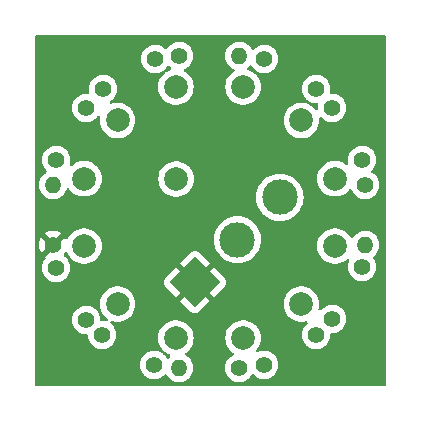
<source format=gbr>
%TF.GenerationSoftware,KiCad,Pcbnew,7.0.6*%
%TF.CreationDate,2023-09-19T17:09:16+08:00*%
%TF.ProjectId,Control Panel Selector Switch Board,436f6e74-726f-46c2-9050-616e656c2053,rev?*%
%TF.SameCoordinates,Original*%
%TF.FileFunction,Copper,L1,Top*%
%TF.FilePolarity,Positive*%
%FSLAX46Y46*%
G04 Gerber Fmt 4.6, Leading zero omitted, Abs format (unit mm)*
G04 Created by KiCad (PCBNEW 7.0.6) date 2023-09-19 17:09:16*
%MOMM*%
%LPD*%
G01*
G04 APERTURE LIST*
G04 Aperture macros list*
%AMHorizOval*
0 Thick line with rounded ends*
0 $1 width*
0 $2 $3 position (X,Y) of the first rounded end (center of the circle)*
0 $4 $5 position (X,Y) of the second rounded end (center of the circle)*
0 Add line between two ends*
20,1,$1,$2,$3,$4,$5,0*
0 Add two circle primitives to create the rounded ends*
1,1,$1,$2,$3*
1,1,$1,$4,$5*%
%AMRotRect*
0 Rectangle, with rotation*
0 The origin of the aperture is its center*
0 $1 length*
0 $2 width*
0 $3 Rotation angle, in degrees counterclockwise*
0 Add horizontal line*
21,1,$1,$2,0,0,$3*%
G04 Aperture macros list end*
%TA.AperFunction,ComponentPad*%
%ADD10O,1.400000X1.400000*%
%TD*%
%TA.AperFunction,ComponentPad*%
%ADD11C,1.400000*%
%TD*%
%TA.AperFunction,ComponentPad*%
%ADD12HorizOval,1.400000X0.000000X0.000000X0.000000X0.000000X0*%
%TD*%
%TA.AperFunction,ComponentPad*%
%ADD13HorizOval,1.400000X0.000000X0.000000X0.000000X0.000000X0*%
%TD*%
%TA.AperFunction,ComponentPad*%
%ADD14HorizOval,1.400000X0.000000X0.000000X0.000000X0.000000X0*%
%TD*%
%TA.AperFunction,ComponentPad*%
%ADD15HorizOval,1.400000X0.000000X0.000000X0.000000X0.000000X0*%
%TD*%
%TA.AperFunction,ComponentPad*%
%ADD16HorizOval,1.400000X0.000000X0.000000X0.000000X0.000000X0*%
%TD*%
%TA.AperFunction,ComponentPad*%
%ADD17HorizOval,1.400000X0.000000X0.000000X0.000000X0.000000X0*%
%TD*%
%TA.AperFunction,ComponentPad*%
%ADD18HorizOval,1.400000X0.000000X0.000000X0.000000X0.000000X0*%
%TD*%
%TA.AperFunction,ComponentPad*%
%ADD19HorizOval,1.400000X0.000000X0.000000X0.000000X0.000000X0*%
%TD*%
%TA.AperFunction,ComponentPad*%
%ADD20C,2.000000*%
%TD*%
%TA.AperFunction,ComponentPad*%
%ADD21C,3.000000*%
%TD*%
%TA.AperFunction,ComponentPad*%
%ADD22RotRect,3.000000X3.000000X45.000000*%
%TD*%
G04 APERTURE END LIST*
D10*
%TO.P,R1,2*%
%TO.N,Net-(J1-Pin_1)*%
X1524000Y-12700000D03*
D11*
%TO.P,R1,1*%
%TO.N,/5V*%
X1524000Y-17780000D03*
%TD*%
%TO.P,R2,1*%
%TO.N,Net-(J1-Pin_1)*%
X1778000Y-10581705D03*
D12*
%TO.P,R2,2*%
%TO.N,Net-(J2-Pin_1)*%
X4318000Y-6182296D03*
%TD*%
D11*
%TO.P,R3,1*%
%TO.N,Net-(J2-Pin_1)*%
X5760591Y-4572000D03*
D13*
%TO.P,R3,2*%
%TO.N,Net-(J3-Pin_1)*%
X10160000Y-2032000D03*
%TD*%
D11*
%TO.P,R4,1*%
%TO.N,Net-(J3-Pin_1)*%
X12192000Y-1778000D03*
D10*
%TO.P,R4,2*%
%TO.N,Net-(J4-Pin_1)*%
X17272000Y-1778000D03*
%TD*%
D11*
%TO.P,R5,1*%
%TO.N,Net-(J4-Pin_1)*%
X19390296Y-2032000D03*
D14*
%TO.P,R5,2*%
%TO.N,Net-(J5-Pin_1)*%
X23789705Y-4572000D03*
%TD*%
D11*
%TO.P,R6,1*%
%TO.N,Net-(J5-Pin_1)*%
X25146000Y-6182296D03*
D15*
%TO.P,R6,2*%
%TO.N,Net-(J6-Pin_1)*%
X27686000Y-10581705D03*
%TD*%
D11*
%TO.P,R7,1*%
%TO.N,Net-(J6-Pin_1)*%
X27940000Y-12700000D03*
D10*
%TO.P,R7,2*%
%TO.N,Net-(J7-Pin_1)*%
X27940000Y-17780000D03*
%TD*%
D11*
%TO.P,R8,1*%
%TO.N,Net-(J7-Pin_1)*%
X27686000Y-19644296D03*
D16*
%TO.P,R8,2*%
%TO.N,Net-(J8-Pin_1)*%
X25146000Y-24043705D03*
%TD*%
D17*
%TO.P,R9,2*%
%TO.N,Net-(J9-Pin_1)*%
X19390296Y-27940000D03*
D11*
%TO.P,R9,1*%
%TO.N,Net-(J8-Pin_1)*%
X23789705Y-25400000D03*
%TD*%
D10*
%TO.P,R10,2*%
%TO.N,Net-(J10-Pin_1)*%
X12192000Y-28194000D03*
D11*
%TO.P,R10,1*%
%TO.N,Net-(J9-Pin_1)*%
X17272000Y-28194000D03*
%TD*%
%TO.P,R11,1*%
%TO.N,Net-(J10-Pin_1)*%
X10073705Y-27940000D03*
D18*
%TO.P,R11,2*%
%TO.N,Net-(J11-Pin_1)*%
X5674296Y-25400000D03*
%TD*%
D19*
%TO.P,R12,2*%
%TO.N,/GND*%
X1778000Y-19730591D03*
D11*
%TO.P,R12,1*%
%TO.N,Net-(J11-Pin_1)*%
X4318000Y-24130000D03*
%TD*%
D20*
%TO.P,J6,1,Pin_1*%
%TO.N,Net-(J6-Pin_1)*%
X25391610Y-12173419D03*
%TD*%
%TO.P,J3,1,Pin_1*%
%TO.N,Net-(J3-Pin_1)*%
X11919418Y-4395244D03*
%TD*%
%TO.P,J9,1,Pin_1*%
%TO.N,Net-(J9-Pin_1)*%
X17613436Y-25645610D03*
%TD*%
%TO.P,J4,1,Pin_1*%
%TO.N,Net-(J4-Pin_1)*%
X17613437Y-4395244D03*
%TD*%
%TO.P,J11,1,Pin_1*%
%TO.N,Net-(J11-Pin_1)*%
X6988252Y-22798603D03*
%TD*%
%TO.P,J10,1,Pin_1*%
%TO.N,Net-(J10-Pin_1)*%
X11919418Y-25645612D03*
%TD*%
%TO.P,J2,1,Pin_1*%
%TO.N,Net-(J2-Pin_1)*%
X6988251Y-7242253D03*
%TD*%
%TO.P,J12,1,Pin_1*%
%TO.N,/GND*%
X4141244Y-17867437D03*
%TD*%
%TO.P,J13,1,Pin_1*%
%TO.N,Net-(J13-Pin_1)*%
X11938000Y-12192000D03*
%TD*%
%TO.P,J5,1,Pin_1*%
%TO.N,Net-(J5-Pin_1)*%
X22544601Y-7242252D03*
%TD*%
%TO.P,J1,1,Pin_1*%
%TO.N,Net-(J1-Pin_1)*%
X4141243Y-12173417D03*
%TD*%
%TO.P,J7,1,Pin_1*%
%TO.N,Net-(J7-Pin_1)*%
X25391611Y-17867437D03*
%TD*%
%TO.P,J8,1,Pin_1*%
%TO.N,Net-(J8-Pin_1)*%
X22544602Y-22798602D03*
%TD*%
D21*
%TO.P,J14,3,Pin_3*%
%TO.N,/GND*%
X20724338Y-13743077D03*
%TO.P,J14,2,Pin_2*%
%TO.N,Net-(J13-Pin_1)*%
X17132235Y-17335180D03*
D22*
%TO.P,J14,1,Pin_1*%
%TO.N,/5V*%
X13540133Y-20927282D03*
%TD*%
%TA.AperFunction,Conductor*%
%TO.N,/5V*%
G36*
X29660539Y-20185D02*
G01*
X29706294Y-72989D01*
X29717500Y-124500D01*
X29717500Y-29593500D01*
X29697815Y-29660539D01*
X29645011Y-29706294D01*
X29593500Y-29717500D01*
X124500Y-29717500D01*
X57461Y-29697815D01*
X11706Y-29645011D01*
X500Y-29593500D01*
X500Y-27940000D01*
X8868062Y-27940000D01*
X8888589Y-28161535D01*
X8888590Y-28161537D01*
X8949474Y-28375523D01*
X8949480Y-28375538D01*
X9048643Y-28574683D01*
X9048648Y-28574691D01*
X9182725Y-28752238D01*
X9347142Y-28902123D01*
X9347144Y-28902125D01*
X9536300Y-29019245D01*
X9536301Y-29019245D01*
X9536304Y-29019247D01*
X9743765Y-29099618D01*
X9962462Y-29140500D01*
X9962464Y-29140500D01*
X10184946Y-29140500D01*
X10184948Y-29140500D01*
X10403645Y-29099618D01*
X10611106Y-29019247D01*
X10800267Y-28902124D01*
X10956264Y-28759913D01*
X11019069Y-28729296D01*
X11088456Y-28737493D01*
X11142396Y-28781903D01*
X11150803Y-28796279D01*
X11166936Y-28828679D01*
X11166943Y-28828691D01*
X11301020Y-29006238D01*
X11465437Y-29156123D01*
X11465439Y-29156125D01*
X11654595Y-29273245D01*
X11654596Y-29273245D01*
X11654599Y-29273247D01*
X11862060Y-29353618D01*
X12080757Y-29394500D01*
X12080759Y-29394500D01*
X12303241Y-29394500D01*
X12303243Y-29394500D01*
X12521940Y-29353618D01*
X12729401Y-29273247D01*
X12918562Y-29156124D01*
X13082981Y-29006236D01*
X13217058Y-28828689D01*
X13316229Y-28629528D01*
X13377115Y-28415536D01*
X13397643Y-28194000D01*
X16066357Y-28194000D01*
X16086884Y-28415535D01*
X16086885Y-28415537D01*
X16147769Y-28629523D01*
X16147775Y-28629538D01*
X16246938Y-28828683D01*
X16246943Y-28828691D01*
X16381020Y-29006238D01*
X16545437Y-29156123D01*
X16545439Y-29156125D01*
X16734595Y-29273245D01*
X16734596Y-29273245D01*
X16734599Y-29273247D01*
X16942060Y-29353618D01*
X17160757Y-29394500D01*
X17160759Y-29394500D01*
X17383241Y-29394500D01*
X17383243Y-29394500D01*
X17601940Y-29353618D01*
X17809401Y-29273247D01*
X17998562Y-29156124D01*
X18162981Y-29006236D01*
X18297058Y-28828689D01*
X18313196Y-28796278D01*
X18360698Y-28745041D01*
X18428361Y-28727619D01*
X18494701Y-28749543D01*
X18507735Y-28759912D01*
X18663733Y-28902123D01*
X18663735Y-28902125D01*
X18852891Y-29019245D01*
X18852892Y-29019245D01*
X18852895Y-29019247D01*
X19060356Y-29099618D01*
X19279053Y-29140500D01*
X19279055Y-29140500D01*
X19501537Y-29140500D01*
X19501539Y-29140500D01*
X19720236Y-29099618D01*
X19927697Y-29019247D01*
X20116858Y-28902124D01*
X20281277Y-28752236D01*
X20415354Y-28574689D01*
X20514525Y-28375528D01*
X20575411Y-28161536D01*
X20595939Y-27940000D01*
X20575411Y-27718464D01*
X20514525Y-27504472D01*
X20457007Y-27388960D01*
X20415357Y-27305316D01*
X20415352Y-27305308D01*
X20281275Y-27127761D01*
X20116858Y-26977876D01*
X20116856Y-26977874D01*
X19927700Y-26860754D01*
X19927694Y-26860752D01*
X19922219Y-26858631D01*
X19720236Y-26780382D01*
X19501539Y-26739500D01*
X19279053Y-26739500D01*
X19060356Y-26780382D01*
X19060353Y-26780382D01*
X19060353Y-26780383D01*
X18854742Y-26860036D01*
X18785119Y-26865897D01*
X18723379Y-26833187D01*
X18689124Y-26772291D01*
X18693231Y-26702542D01*
X18718716Y-26660430D01*
X18801600Y-26570395D01*
X18937609Y-26362217D01*
X19037499Y-26134491D01*
X19098544Y-25893431D01*
X19103342Y-25835528D01*
X19119079Y-25645615D01*
X19119079Y-25645604D01*
X19098545Y-25397797D01*
X19098543Y-25397785D01*
X19037499Y-25156728D01*
X18937609Y-24929003D01*
X18801602Y-24720827D01*
X18762541Y-24678396D01*
X18633180Y-24537872D01*
X18436945Y-24385136D01*
X18436943Y-24385135D01*
X18436942Y-24385134D01*
X18218247Y-24266782D01*
X18218238Y-24266779D01*
X17983052Y-24186039D01*
X17737771Y-24145110D01*
X17489101Y-24145110D01*
X17243819Y-24186039D01*
X17008633Y-24266779D01*
X17008624Y-24266782D01*
X16789929Y-24385134D01*
X16593693Y-24537871D01*
X16425269Y-24720827D01*
X16289262Y-24929003D01*
X16189372Y-25156728D01*
X16128328Y-25397785D01*
X16128326Y-25397797D01*
X16107793Y-25645604D01*
X16107793Y-25645615D01*
X16128326Y-25893422D01*
X16128328Y-25893434D01*
X16189372Y-26134491D01*
X16289262Y-26362216D01*
X16425269Y-26570392D01*
X16425271Y-26570394D01*
X16425272Y-26570395D01*
X16593692Y-26753348D01*
X16593695Y-26753350D01*
X16593698Y-26753353D01*
X16777836Y-26896674D01*
X16818649Y-26953384D01*
X16822324Y-27023157D01*
X16787692Y-27083840D01*
X16746473Y-27110152D01*
X16734604Y-27114750D01*
X16734595Y-27114754D01*
X16545439Y-27231874D01*
X16545437Y-27231876D01*
X16381020Y-27381761D01*
X16246943Y-27559308D01*
X16246938Y-27559316D01*
X16147775Y-27758461D01*
X16147769Y-27758476D01*
X16086885Y-27972462D01*
X16086884Y-27972464D01*
X16066357Y-28193999D01*
X16066357Y-28194000D01*
X13397643Y-28194000D01*
X13377115Y-27972464D01*
X13316229Y-27758472D01*
X13316224Y-27758461D01*
X13217061Y-27559316D01*
X13217056Y-27559308D01*
X13082979Y-27381761D01*
X12918562Y-27231876D01*
X12918560Y-27231874D01*
X12737801Y-27119954D01*
X12691165Y-27067926D01*
X12680061Y-26998945D01*
X12708014Y-26934910D01*
X12739059Y-26909559D01*
X12738626Y-26908896D01*
X12742923Y-26906088D01*
X12742922Y-26906088D01*
X12742927Y-26906086D01*
X12939162Y-26753350D01*
X13107582Y-26570397D01*
X13243591Y-26362219D01*
X13343481Y-26134493D01*
X13404526Y-25893433D01*
X13404527Y-25893422D01*
X13425061Y-25645617D01*
X13425061Y-25645606D01*
X13404527Y-25397799D01*
X13404525Y-25397787D01*
X13343481Y-25156730D01*
X13243591Y-24929005D01*
X13107584Y-24720829D01*
X13085975Y-24697356D01*
X12939162Y-24537874D01*
X12742927Y-24385138D01*
X12742925Y-24385137D01*
X12742924Y-24385136D01*
X12524229Y-24266784D01*
X12524220Y-24266781D01*
X12289034Y-24186041D01*
X12043753Y-24145112D01*
X11795083Y-24145112D01*
X11549801Y-24186041D01*
X11314615Y-24266781D01*
X11314606Y-24266784D01*
X11095911Y-24385136D01*
X10899675Y-24537873D01*
X10731251Y-24720829D01*
X10595244Y-24929005D01*
X10495354Y-25156730D01*
X10434310Y-25397787D01*
X10434308Y-25397799D01*
X10413775Y-25645606D01*
X10413775Y-25645617D01*
X10434308Y-25893424D01*
X10434310Y-25893436D01*
X10495354Y-26134493D01*
X10595244Y-26362218D01*
X10731251Y-26570394D01*
X10899163Y-26752795D01*
X10930085Y-26815450D01*
X10925196Y-26858631D01*
X10958480Y-26844433D01*
X11027366Y-26856116D01*
X11049191Y-26869724D01*
X11095905Y-26906083D01*
X11095909Y-26906086D01*
X11314606Y-27024439D01*
X11314618Y-27024444D01*
X11391557Y-27050857D01*
X11448573Y-27091242D01*
X11474704Y-27156041D01*
X11461653Y-27224681D01*
X11434833Y-27259775D01*
X11309440Y-27374086D01*
X11246636Y-27404703D01*
X11177249Y-27396506D01*
X11123309Y-27352096D01*
X11114902Y-27337721D01*
X11098766Y-27305316D01*
X11098761Y-27305308D01*
X10964684Y-27127761D01*
X10889491Y-27059214D01*
X10853209Y-26999503D01*
X10854539Y-26946718D01*
X10811660Y-26960722D01*
X10744059Y-26943061D01*
X10742656Y-26942205D01*
X10611109Y-26860754D01*
X10611103Y-26860752D01*
X10605628Y-26858631D01*
X10403645Y-26780382D01*
X10184948Y-26739500D01*
X9962462Y-26739500D01*
X9743765Y-26780382D01*
X9612569Y-26831207D01*
X9536306Y-26860752D01*
X9536300Y-26860754D01*
X9347144Y-26977874D01*
X9347142Y-26977876D01*
X9182725Y-27127761D01*
X9048648Y-27305308D01*
X9048643Y-27305316D01*
X8949480Y-27504461D01*
X8949474Y-27504476D01*
X8888590Y-27718462D01*
X8888589Y-27718464D01*
X8868062Y-27939999D01*
X8868062Y-27940000D01*
X500Y-27940000D01*
X500Y-24130000D01*
X3112357Y-24130000D01*
X3132884Y-24351535D01*
X3132885Y-24351537D01*
X3193769Y-24565523D01*
X3193775Y-24565538D01*
X3292938Y-24764683D01*
X3292943Y-24764691D01*
X3427020Y-24942238D01*
X3591437Y-25092123D01*
X3591439Y-25092125D01*
X3780595Y-25209245D01*
X3780596Y-25209245D01*
X3780599Y-25209247D01*
X3988060Y-25289618D01*
X4206757Y-25330500D01*
X4206759Y-25330500D01*
X4349172Y-25330500D01*
X4416211Y-25350185D01*
X4461966Y-25402989D01*
X4472643Y-25443059D01*
X4489180Y-25621535D01*
X4489181Y-25621537D01*
X4550065Y-25835523D01*
X4550071Y-25835538D01*
X4649234Y-26034683D01*
X4649239Y-26034691D01*
X4783316Y-26212238D01*
X4947733Y-26362123D01*
X4947735Y-26362125D01*
X5136891Y-26479245D01*
X5136892Y-26479245D01*
X5136895Y-26479247D01*
X5344356Y-26559618D01*
X5563053Y-26600500D01*
X5563055Y-26600500D01*
X5785537Y-26600500D01*
X5785539Y-26600500D01*
X6004236Y-26559618D01*
X6211697Y-26479247D01*
X6400858Y-26362124D01*
X6565277Y-26212236D01*
X6699354Y-26034689D01*
X6798525Y-25835528D01*
X6859411Y-25621536D01*
X6879939Y-25400000D01*
X6859411Y-25178464D01*
X6798525Y-24964472D01*
X6787453Y-24942236D01*
X6699357Y-24765316D01*
X6699352Y-24765308D01*
X6565275Y-24587761D01*
X6396622Y-24434014D01*
X6398105Y-24432386D01*
X6362233Y-24384015D01*
X6357563Y-24314302D01*
X6391324Y-24253130D01*
X6452797Y-24219921D01*
X6518870Y-24223923D01*
X6566812Y-24240382D01*
X6618637Y-24258174D01*
X6863917Y-24299103D01*
X7112587Y-24299103D01*
X7357866Y-24258174D01*
X7593062Y-24177431D01*
X7811761Y-24059077D01*
X8007996Y-23906341D01*
X8176416Y-23723388D01*
X8312425Y-23515210D01*
X8412315Y-23287484D01*
X8473360Y-23046424D01*
X8486812Y-22884087D01*
X8493895Y-22798608D01*
X8493895Y-22798597D01*
X8473361Y-22550790D01*
X8473359Y-22550781D01*
X8412315Y-22309722D01*
X8412314Y-22309720D01*
X8312425Y-22081996D01*
X8176418Y-21873820D01*
X8154809Y-21850347D01*
X8007996Y-21690865D01*
X7811761Y-21538129D01*
X7811759Y-21538128D01*
X7811758Y-21538127D01*
X7593063Y-21419775D01*
X7593054Y-21419772D01*
X7357868Y-21339032D01*
X7112587Y-21298103D01*
X6863917Y-21298103D01*
X6618635Y-21339032D01*
X6383449Y-21419772D01*
X6383440Y-21419775D01*
X6164745Y-21538127D01*
X5968509Y-21690864D01*
X5800085Y-21873820D01*
X5664078Y-22081996D01*
X5564188Y-22309721D01*
X5503144Y-22550778D01*
X5503142Y-22550790D01*
X5482609Y-22798597D01*
X5482609Y-22798608D01*
X5503142Y-23046415D01*
X5503144Y-23046427D01*
X5564188Y-23287484D01*
X5664078Y-23515209D01*
X5800085Y-23723385D01*
X5800087Y-23723387D01*
X5800088Y-23723388D01*
X5968508Y-23906341D01*
X5968511Y-23906343D01*
X5968514Y-23906346D01*
X6121635Y-24025525D01*
X6162448Y-24082235D01*
X6166123Y-24152008D01*
X6131491Y-24212691D01*
X6069550Y-24245018D01*
X6010344Y-24239849D01*
X6009747Y-24241951D01*
X6004244Y-24240385D01*
X6004236Y-24240382D01*
X5785539Y-24199500D01*
X5643124Y-24199500D01*
X5576085Y-24179815D01*
X5530330Y-24127011D01*
X5519653Y-24086941D01*
X5503115Y-23908464D01*
X5503114Y-23908462D01*
X5502511Y-23906343D01*
X5442229Y-23694472D01*
X5399259Y-23608177D01*
X5343061Y-23495316D01*
X5343056Y-23495308D01*
X5208979Y-23317761D01*
X5044562Y-23167876D01*
X5044560Y-23167874D01*
X4855404Y-23050754D01*
X4855398Y-23050752D01*
X4844234Y-23046427D01*
X4647940Y-22970382D01*
X4429243Y-22929500D01*
X4206757Y-22929500D01*
X3988060Y-22970382D01*
X3856864Y-23021207D01*
X3780601Y-23050752D01*
X3780595Y-23050754D01*
X3591439Y-23167874D01*
X3591437Y-23167876D01*
X3427020Y-23317761D01*
X3292943Y-23495308D01*
X3292938Y-23495316D01*
X3193775Y-23694461D01*
X3193769Y-23694476D01*
X3132885Y-23908462D01*
X3132884Y-23908464D01*
X3112357Y-24129999D01*
X3112357Y-24130000D01*
X500Y-24130000D01*
X500Y-19730591D01*
X572357Y-19730591D01*
X592884Y-19952126D01*
X592885Y-19952128D01*
X653769Y-20166114D01*
X653775Y-20166129D01*
X752938Y-20365274D01*
X752943Y-20365282D01*
X887020Y-20542829D01*
X1051437Y-20692714D01*
X1051439Y-20692716D01*
X1240595Y-20809836D01*
X1240596Y-20809836D01*
X1240599Y-20809838D01*
X1448060Y-20890209D01*
X1666757Y-20931091D01*
X1666759Y-20931091D01*
X1889241Y-20931091D01*
X1889243Y-20931091D01*
X1909619Y-20927282D01*
X10913671Y-20927282D01*
X10934131Y-21069595D01*
X10934132Y-21069600D01*
X10993858Y-21200379D01*
X11031438Y-21247014D01*
X11949142Y-22164718D01*
X12855328Y-21258532D01*
X12877473Y-21309869D01*
X12983566Y-21452376D01*
X13119663Y-21566576D01*
X13209349Y-21611617D01*
X12302696Y-22518271D01*
X12302696Y-22518272D01*
X13220400Y-23435976D01*
X13267035Y-23473556D01*
X13397814Y-23533282D01*
X13397819Y-23533283D01*
X13540133Y-23553743D01*
X13682446Y-23533283D01*
X13682451Y-23533282D01*
X13813230Y-23473556D01*
X13859865Y-23435976D01*
X14497234Y-22798607D01*
X21038959Y-22798607D01*
X21059492Y-23046414D01*
X21059494Y-23046426D01*
X21120538Y-23287483D01*
X21220428Y-23515208D01*
X21356435Y-23723384D01*
X21356438Y-23723387D01*
X21524858Y-23906340D01*
X21721093Y-24059076D01*
X21939792Y-24177430D01*
X22121612Y-24239849D01*
X22172529Y-24257329D01*
X22174988Y-24258173D01*
X22420267Y-24299102D01*
X22668937Y-24299102D01*
X22919275Y-24257329D01*
X22919470Y-24258498D01*
X22983591Y-24260899D01*
X23040915Y-24300845D01*
X23067542Y-24365442D01*
X23055019Y-24434181D01*
X23027769Y-24470123D01*
X22898723Y-24587764D01*
X22764648Y-24765308D01*
X22764643Y-24765316D01*
X22665480Y-24964461D01*
X22665474Y-24964476D01*
X22604590Y-25178462D01*
X22604589Y-25178464D01*
X22584062Y-25399999D01*
X22584062Y-25400000D01*
X22604589Y-25621535D01*
X22604590Y-25621537D01*
X22665474Y-25835523D01*
X22665480Y-25835538D01*
X22764643Y-26034683D01*
X22764648Y-26034691D01*
X22898725Y-26212238D01*
X23063142Y-26362123D01*
X23063144Y-26362125D01*
X23252300Y-26479245D01*
X23252301Y-26479245D01*
X23252304Y-26479247D01*
X23459765Y-26559618D01*
X23678462Y-26600500D01*
X23678464Y-26600500D01*
X23900946Y-26600500D01*
X23900948Y-26600500D01*
X24119645Y-26559618D01*
X24327106Y-26479247D01*
X24516267Y-26362124D01*
X24680686Y-26212236D01*
X24814763Y-26034689D01*
X24913934Y-25835528D01*
X24974820Y-25621536D01*
X24995348Y-25400000D01*
X24993461Y-25379646D01*
X25006877Y-25311077D01*
X25055234Y-25260645D01*
X25116933Y-25244205D01*
X25257241Y-25244205D01*
X25257243Y-25244205D01*
X25475940Y-25203323D01*
X25683401Y-25122952D01*
X25872562Y-25005829D01*
X26036981Y-24855941D01*
X26171058Y-24678394D01*
X26270229Y-24479233D01*
X26331115Y-24265241D01*
X26351643Y-24043705D01*
X26338914Y-23906340D01*
X26331115Y-23822169D01*
X26331114Y-23822167D01*
X26328721Y-23813757D01*
X26270229Y-23608177D01*
X26232936Y-23533283D01*
X26171061Y-23409021D01*
X26171056Y-23409013D01*
X26036979Y-23231466D01*
X25872562Y-23081581D01*
X25872560Y-23081579D01*
X25683404Y-22964459D01*
X25683398Y-22964457D01*
X25475940Y-22884087D01*
X25257243Y-22843205D01*
X25034757Y-22843205D01*
X24816060Y-22884087D01*
X24698836Y-22929500D01*
X24608601Y-22964457D01*
X24608595Y-22964459D01*
X24419439Y-23081579D01*
X24419437Y-23081581D01*
X24255019Y-23231467D01*
X24255019Y-23231468D01*
X24215332Y-23284021D01*
X24159222Y-23325656D01*
X24089510Y-23330347D01*
X24028329Y-23296604D01*
X23995103Y-23235140D01*
X23996174Y-23178852D01*
X24029707Y-23046434D01*
X24029710Y-23046423D01*
X24050245Y-22798602D01*
X24029710Y-22550781D01*
X24021477Y-22518271D01*
X23968665Y-22309720D01*
X23868775Y-22081995D01*
X23732768Y-21873819D01*
X23711159Y-21850346D01*
X23564346Y-21690864D01*
X23368111Y-21538128D01*
X23368109Y-21538127D01*
X23368108Y-21538126D01*
X23149413Y-21419774D01*
X23149404Y-21419771D01*
X22914218Y-21339031D01*
X22668937Y-21298102D01*
X22420267Y-21298102D01*
X22174985Y-21339031D01*
X21939799Y-21419771D01*
X21939790Y-21419774D01*
X21721095Y-21538126D01*
X21524859Y-21690863D01*
X21356435Y-21873819D01*
X21220428Y-22081995D01*
X21120538Y-22309720D01*
X21059494Y-22550777D01*
X21059492Y-22550789D01*
X21038959Y-22798596D01*
X21038959Y-22798607D01*
X14497234Y-22798607D01*
X14777569Y-22518272D01*
X14777569Y-22518271D01*
X13873881Y-21614582D01*
X13883542Y-21611066D01*
X14031977Y-21513439D01*
X14153897Y-21384212D01*
X14225901Y-21259497D01*
X15131122Y-22164718D01*
X16048823Y-21247018D01*
X16048827Y-21247014D01*
X16086407Y-21200379D01*
X16146133Y-21069600D01*
X16146134Y-21069595D01*
X16166594Y-20927282D01*
X16146134Y-20784968D01*
X16146133Y-20784963D01*
X16086407Y-20654184D01*
X16048827Y-20607549D01*
X15131123Y-19689845D01*
X14224937Y-20596030D01*
X14202793Y-20544695D01*
X14096700Y-20402188D01*
X13960603Y-20287988D01*
X13870915Y-20242945D01*
X14777569Y-19336291D01*
X13859865Y-18418587D01*
X13813230Y-18381007D01*
X13682451Y-18321281D01*
X13682446Y-18321280D01*
X13540133Y-18300820D01*
X13397819Y-18321280D01*
X13397814Y-18321281D01*
X13267035Y-18381007D01*
X13220395Y-18418591D01*
X12302696Y-19336290D01*
X12302696Y-19336291D01*
X13206386Y-20239981D01*
X13196724Y-20243498D01*
X13048289Y-20341125D01*
X12926369Y-20470352D01*
X12854364Y-20595067D01*
X11949142Y-19689845D01*
X11949141Y-19689845D01*
X11031442Y-20607544D01*
X10993858Y-20654184D01*
X10934132Y-20784963D01*
X10934131Y-20784968D01*
X10913671Y-20927282D01*
X1909619Y-20927282D01*
X2107940Y-20890209D01*
X2315401Y-20809838D01*
X2504562Y-20692715D01*
X2668981Y-20542827D01*
X2803058Y-20365280D01*
X2902229Y-20166119D01*
X2963115Y-19952127D01*
X2983643Y-19730591D01*
X2963115Y-19509055D01*
X2902229Y-19295063D01*
X2902224Y-19295052D01*
X2803061Y-19095907D01*
X2803056Y-19095899D01*
X2668979Y-18918352D01*
X2504563Y-18768468D01*
X2504562Y-18768467D01*
X2468060Y-18745866D01*
X2421425Y-18693838D01*
X2410321Y-18624856D01*
X2434384Y-18565712D01*
X2543860Y-18420743D01*
X2599969Y-18379107D01*
X2669681Y-18374416D01*
X2730863Y-18408158D01*
X2756370Y-18445660D01*
X2817070Y-18584043D01*
X2953077Y-18792219D01*
X2953080Y-18792222D01*
X3121500Y-18975175D01*
X3317735Y-19127911D01*
X3536434Y-19246265D01*
X3771630Y-19327008D01*
X4016909Y-19367937D01*
X4265579Y-19367937D01*
X4510858Y-19327008D01*
X4746054Y-19246265D01*
X4964753Y-19127911D01*
X5160988Y-18975175D01*
X5329408Y-18792222D01*
X5465417Y-18584044D01*
X5565307Y-18356318D01*
X5626352Y-18115258D01*
X5626353Y-18115249D01*
X5646887Y-17867442D01*
X5646887Y-17867431D01*
X5626353Y-17619624D01*
X5626351Y-17619612D01*
X5565307Y-17378555D01*
X5546281Y-17335181D01*
X15126625Y-17335181D01*
X15147039Y-17620613D01*
X15207863Y-17900217D01*
X15207865Y-17900223D01*
X15207866Y-17900226D01*
X15267466Y-18060019D01*
X15307870Y-18168346D01*
X15445005Y-18419489D01*
X15445010Y-18419497D01*
X15616489Y-18648567D01*
X15616505Y-18648585D01*
X15818829Y-18850909D01*
X15818847Y-18850925D01*
X16047917Y-19022404D01*
X16047925Y-19022409D01*
X16299068Y-19159544D01*
X16299067Y-19159544D01*
X16299071Y-19159545D01*
X16299074Y-19159547D01*
X16567189Y-19259549D01*
X16567195Y-19259550D01*
X16567197Y-19259551D01*
X16846801Y-19320375D01*
X16846803Y-19320375D01*
X16846807Y-19320376D01*
X17100455Y-19338517D01*
X17132234Y-19340790D01*
X17132235Y-19340790D01*
X17132236Y-19340790D01*
X17160830Y-19338744D01*
X17417663Y-19320376D01*
X17534026Y-19295063D01*
X17697272Y-19259551D01*
X17697272Y-19259550D01*
X17697281Y-19259549D01*
X17965396Y-19159547D01*
X18216550Y-19022406D01*
X18445630Y-18850919D01*
X18647974Y-18648575D01*
X18819461Y-18419495D01*
X18956602Y-18168341D01*
X19056604Y-17900226D01*
X19063736Y-17867442D01*
X23885968Y-17867442D01*
X23906501Y-18115249D01*
X23906503Y-18115261D01*
X23967547Y-18356318D01*
X24067437Y-18584043D01*
X24203444Y-18792219D01*
X24203447Y-18792222D01*
X24371867Y-18975175D01*
X24568102Y-19127911D01*
X24786801Y-19246265D01*
X25021997Y-19327008D01*
X25267276Y-19367937D01*
X25515946Y-19367937D01*
X25761225Y-19327008D01*
X25996421Y-19246265D01*
X26215120Y-19127911D01*
X26411355Y-18975175D01*
X26411356Y-18975173D01*
X26415403Y-18972024D01*
X26416592Y-18973551D01*
X26471727Y-18946304D01*
X26541157Y-18954128D01*
X26595336Y-18998246D01*
X26617062Y-19064652D01*
X26604121Y-19123716D01*
X26561774Y-19208761D01*
X26561769Y-19208772D01*
X26500885Y-19422758D01*
X26500884Y-19422760D01*
X26480357Y-19644295D01*
X26480357Y-19644296D01*
X26500884Y-19865831D01*
X26500885Y-19865833D01*
X26561769Y-20079819D01*
X26561775Y-20079834D01*
X26660938Y-20278979D01*
X26660943Y-20278987D01*
X26795020Y-20456534D01*
X26959437Y-20606419D01*
X26959439Y-20606421D01*
X27148595Y-20723541D01*
X27148596Y-20723541D01*
X27148599Y-20723543D01*
X27356060Y-20803914D01*
X27574757Y-20844796D01*
X27574759Y-20844796D01*
X27797241Y-20844796D01*
X27797243Y-20844796D01*
X28015940Y-20803914D01*
X28223401Y-20723543D01*
X28412562Y-20606420D01*
X28576981Y-20456532D01*
X28711058Y-20278985D01*
X28810229Y-20079824D01*
X28871115Y-19865832D01*
X28891643Y-19644296D01*
X28871115Y-19422760D01*
X28810229Y-19208768D01*
X28785720Y-19159547D01*
X28711061Y-19009612D01*
X28711052Y-19009598D01*
X28640989Y-18916819D01*
X28616297Y-18851458D01*
X28630862Y-18783123D01*
X28662556Y-18746239D01*
X28662326Y-18745986D01*
X28664394Y-18744100D01*
X28665230Y-18743128D01*
X28666547Y-18742132D01*
X28666562Y-18742124D01*
X28830981Y-18592236D01*
X28965058Y-18414689D01*
X29064229Y-18215528D01*
X29125115Y-18001536D01*
X29145643Y-17780000D01*
X29130781Y-17619616D01*
X29125115Y-17558464D01*
X29125114Y-17558462D01*
X29064230Y-17344476D01*
X29064229Y-17344472D01*
X29059603Y-17335181D01*
X28965061Y-17145316D01*
X28965056Y-17145308D01*
X28830979Y-16967761D01*
X28666562Y-16817876D01*
X28666560Y-16817874D01*
X28477404Y-16700754D01*
X28477398Y-16700752D01*
X28269940Y-16620382D01*
X28051243Y-16579500D01*
X27828757Y-16579500D01*
X27610060Y-16620382D01*
X27478864Y-16671207D01*
X27402601Y-16700752D01*
X27402595Y-16700754D01*
X27213439Y-16817874D01*
X27213437Y-16817876D01*
X27049020Y-16967761D01*
X26912522Y-17148514D01*
X26856413Y-17190150D01*
X26786701Y-17194841D01*
X26725519Y-17161099D01*
X26709759Y-17141608D01*
X26579777Y-16942654D01*
X26558168Y-16919181D01*
X26411355Y-16759699D01*
X26215120Y-16606963D01*
X26215118Y-16606962D01*
X26215117Y-16606961D01*
X25996422Y-16488609D01*
X25996413Y-16488606D01*
X25761227Y-16407866D01*
X25515946Y-16366937D01*
X25267276Y-16366937D01*
X25021994Y-16407866D01*
X24786808Y-16488606D01*
X24786799Y-16488609D01*
X24568104Y-16606961D01*
X24371868Y-16759698D01*
X24203444Y-16942654D01*
X24067437Y-17150830D01*
X23967547Y-17378555D01*
X23906503Y-17619612D01*
X23906501Y-17619624D01*
X23885968Y-17867431D01*
X23885968Y-17867442D01*
X19063736Y-17867442D01*
X19076383Y-17809302D01*
X19117430Y-17620613D01*
X19117430Y-17620612D01*
X19117431Y-17620608D01*
X19137845Y-17335180D01*
X19117431Y-17049752D01*
X19094133Y-16942654D01*
X19056606Y-16770142D01*
X19056605Y-16770140D01*
X19056604Y-16770134D01*
X18956602Y-16502019D01*
X18905190Y-16407866D01*
X18819464Y-16250870D01*
X18819459Y-16250862D01*
X18647980Y-16021792D01*
X18647964Y-16021774D01*
X18445640Y-15819450D01*
X18445622Y-15819434D01*
X18216552Y-15647955D01*
X18216544Y-15647950D01*
X17965401Y-15510815D01*
X17965402Y-15510815D01*
X17858150Y-15470812D01*
X17697281Y-15410811D01*
X17697278Y-15410810D01*
X17697272Y-15410808D01*
X17417668Y-15349984D01*
X17132236Y-15329570D01*
X17132234Y-15329570D01*
X16846801Y-15349984D01*
X16567197Y-15410808D01*
X16299068Y-15510815D01*
X16047925Y-15647950D01*
X16047917Y-15647955D01*
X15818847Y-15819434D01*
X15818829Y-15819450D01*
X15616505Y-16021774D01*
X15616489Y-16021792D01*
X15445010Y-16250862D01*
X15445005Y-16250870D01*
X15307870Y-16502013D01*
X15207863Y-16770142D01*
X15147039Y-17049746D01*
X15126625Y-17335178D01*
X15126625Y-17335181D01*
X5546281Y-17335181D01*
X5465417Y-17150830D01*
X5329410Y-16942654D01*
X5307801Y-16919181D01*
X5160988Y-16759699D01*
X4964753Y-16606963D01*
X4964751Y-16606962D01*
X4964750Y-16606961D01*
X4746055Y-16488609D01*
X4746046Y-16488606D01*
X4510860Y-16407866D01*
X4265579Y-16366937D01*
X4016909Y-16366937D01*
X3771627Y-16407866D01*
X3536441Y-16488606D01*
X3536432Y-16488609D01*
X3317737Y-16606961D01*
X3121501Y-16759698D01*
X2953077Y-16942654D01*
X2817070Y-17150830D01*
X2799018Y-17191986D01*
X2754062Y-17245472D01*
X2687326Y-17266162D01*
X2619998Y-17247487D01*
X2574462Y-17197447D01*
X2548637Y-17145584D01*
X2548630Y-17145572D01*
X2532860Y-17124690D01*
X1874987Y-17782564D01*
X1877628Y-17750698D01*
X1848953Y-17637462D01*
X1785064Y-17539673D01*
X1692885Y-17467928D01*
X1582405Y-17430000D01*
X1494995Y-17430000D01*
X1408784Y-17444386D01*
X1306053Y-17499981D01*
X1226940Y-17585921D01*
X1180018Y-17692892D01*
X1170372Y-17809302D01*
X1199047Y-17922538D01*
X1262936Y-18020327D01*
X1355115Y-18092072D01*
X1465595Y-18130000D01*
X1527553Y-18130000D01*
X1524000Y-18133553D01*
X870671Y-18786879D01*
X873110Y-18807899D01*
X880451Y-18816089D01*
X891554Y-18885071D01*
X867491Y-18944212D01*
X752947Y-19095893D01*
X752938Y-19095907D01*
X653775Y-19295052D01*
X653769Y-19295067D01*
X592885Y-19509053D01*
X592884Y-19509055D01*
X572357Y-19730590D01*
X572357Y-19730591D01*
X500Y-19730591D01*
X500Y-17780000D01*
X318859Y-17780000D01*
X339378Y-18001439D01*
X400240Y-18215350D01*
X499369Y-18414428D01*
X515137Y-18435308D01*
X515138Y-18435308D01*
X1170447Y-17780000D01*
X515138Y-17124691D01*
X515137Y-17124691D01*
X499368Y-17145574D01*
X400240Y-17344649D01*
X339378Y-17558560D01*
X318859Y-17779999D01*
X318859Y-17780000D01*
X500Y-17780000D01*
X500Y-16773119D01*
X870671Y-16773119D01*
X1524000Y-17426447D01*
X1524001Y-17426447D01*
X2177327Y-16773119D01*
X2061178Y-16701202D01*
X2061177Y-16701201D01*
X1853804Y-16620865D01*
X1635193Y-16580000D01*
X1412807Y-16580000D01*
X1194195Y-16620865D01*
X986824Y-16701200D01*
X986823Y-16701201D01*
X870671Y-16773119D01*
X500Y-16773119D01*
X500Y-12700000D01*
X318357Y-12700000D01*
X338884Y-12921535D01*
X338885Y-12921537D01*
X399769Y-13135523D01*
X399775Y-13135538D01*
X498938Y-13334683D01*
X498943Y-13334691D01*
X633020Y-13512238D01*
X797437Y-13662123D01*
X797439Y-13662125D01*
X986595Y-13779245D01*
X986596Y-13779245D01*
X986599Y-13779247D01*
X1194060Y-13859618D01*
X1412757Y-13900500D01*
X1412759Y-13900500D01*
X1635241Y-13900500D01*
X1635243Y-13900500D01*
X1853940Y-13859618D01*
X2061401Y-13779247D01*
X2119816Y-13743078D01*
X18718728Y-13743078D01*
X18739142Y-14028510D01*
X18799966Y-14308114D01*
X18899973Y-14576243D01*
X19037108Y-14827386D01*
X19037113Y-14827394D01*
X19208592Y-15056464D01*
X19208608Y-15056482D01*
X19410932Y-15258806D01*
X19410950Y-15258822D01*
X19640020Y-15430301D01*
X19640028Y-15430306D01*
X19891171Y-15567441D01*
X19891170Y-15567441D01*
X19891174Y-15567442D01*
X19891177Y-15567444D01*
X20159292Y-15667446D01*
X20159298Y-15667447D01*
X20159300Y-15667448D01*
X20438904Y-15728272D01*
X20438906Y-15728272D01*
X20438910Y-15728273D01*
X20692558Y-15746414D01*
X20724337Y-15748687D01*
X20724338Y-15748687D01*
X20724339Y-15748687D01*
X20752933Y-15746641D01*
X21009766Y-15728273D01*
X21289384Y-15667446D01*
X21557499Y-15567444D01*
X21808653Y-15430303D01*
X22037733Y-15258816D01*
X22240077Y-15056472D01*
X22411564Y-14827392D01*
X22548705Y-14576238D01*
X22648707Y-14308123D01*
X22709534Y-14028505D01*
X22729948Y-13743077D01*
X22709534Y-13457649D01*
X22708408Y-13452475D01*
X22648709Y-13178039D01*
X22648708Y-13178037D01*
X22648707Y-13178031D01*
X22548705Y-12909916D01*
X22547990Y-12908607D01*
X22411567Y-12658767D01*
X22411562Y-12658759D01*
X22240083Y-12429689D01*
X22240067Y-12429671D01*
X22037743Y-12227347D01*
X22037725Y-12227331D01*
X21965713Y-12173424D01*
X23885967Y-12173424D01*
X23906500Y-12421231D01*
X23906502Y-12421243D01*
X23967546Y-12662300D01*
X24067436Y-12890025D01*
X24203443Y-13098201D01*
X24203446Y-13098204D01*
X24371866Y-13281157D01*
X24568101Y-13433893D01*
X24786800Y-13552247D01*
X25021996Y-13632990D01*
X25267275Y-13673919D01*
X25515945Y-13673919D01*
X25761224Y-13632990D01*
X25996420Y-13552247D01*
X26215119Y-13433893D01*
X26411354Y-13281157D01*
X26579774Y-13098204D01*
X26588092Y-13085471D01*
X26641235Y-13040113D01*
X26710466Y-13030686D01*
X26773803Y-13060185D01*
X26811138Y-13119243D01*
X26811169Y-13119352D01*
X26815772Y-13135530D01*
X26815775Y-13135538D01*
X26914938Y-13334683D01*
X26914943Y-13334691D01*
X27049020Y-13512238D01*
X27213437Y-13662123D01*
X27213439Y-13662125D01*
X27402595Y-13779245D01*
X27402596Y-13779245D01*
X27402599Y-13779247D01*
X27610060Y-13859618D01*
X27828757Y-13900500D01*
X27828759Y-13900500D01*
X28051241Y-13900500D01*
X28051243Y-13900500D01*
X28269940Y-13859618D01*
X28477401Y-13779247D01*
X28666562Y-13662124D01*
X28830981Y-13512236D01*
X28965058Y-13334689D01*
X29064229Y-13135528D01*
X29125115Y-12921536D01*
X29145643Y-12700000D01*
X29142149Y-12662298D01*
X29125115Y-12478464D01*
X29125114Y-12478462D01*
X29114117Y-12439812D01*
X29064229Y-12264472D01*
X29045743Y-12227347D01*
X28965061Y-12065316D01*
X28965056Y-12065308D01*
X28830979Y-11887761D01*
X28666562Y-11737876D01*
X28666560Y-11737874D01*
X28528145Y-11652172D01*
X28481509Y-11600144D01*
X28470405Y-11531163D01*
X28498358Y-11467128D01*
X28509884Y-11455108D01*
X28576981Y-11393941D01*
X28711058Y-11216394D01*
X28810229Y-11017233D01*
X28871115Y-10803241D01*
X28891643Y-10581705D01*
X28871115Y-10360169D01*
X28810229Y-10146177D01*
X28810224Y-10146166D01*
X28711061Y-9947021D01*
X28711056Y-9947013D01*
X28576979Y-9769466D01*
X28412562Y-9619581D01*
X28412560Y-9619579D01*
X28223404Y-9502459D01*
X28223398Y-9502457D01*
X28015940Y-9422087D01*
X27797243Y-9381205D01*
X27574757Y-9381205D01*
X27356060Y-9422087D01*
X27224864Y-9472912D01*
X27148601Y-9502457D01*
X27148595Y-9502459D01*
X26959439Y-9619579D01*
X26959437Y-9619581D01*
X26795020Y-9769466D01*
X26660943Y-9947013D01*
X26660938Y-9947021D01*
X26561775Y-10146166D01*
X26561769Y-10146181D01*
X26500885Y-10360167D01*
X26500884Y-10360169D01*
X26480357Y-10581704D01*
X26480357Y-10581705D01*
X26500884Y-10803238D01*
X26518511Y-10865190D01*
X26517923Y-10935057D01*
X26479656Y-10993515D01*
X26415858Y-11022005D01*
X26346786Y-11011480D01*
X26323082Y-10996976D01*
X26215122Y-10912947D01*
X26215118Y-10912944D01*
X25996421Y-10794591D01*
X25996412Y-10794588D01*
X25761226Y-10713848D01*
X25515945Y-10672919D01*
X25267275Y-10672919D01*
X25021993Y-10713848D01*
X24786807Y-10794588D01*
X24786798Y-10794591D01*
X24568103Y-10912943D01*
X24371867Y-11065680D01*
X24203443Y-11248636D01*
X24067436Y-11456812D01*
X23967546Y-11684537D01*
X23906502Y-11925594D01*
X23906500Y-11925606D01*
X23885967Y-12173413D01*
X23885967Y-12173424D01*
X21965713Y-12173424D01*
X21808655Y-12055852D01*
X21808647Y-12055847D01*
X21557504Y-11918712D01*
X21557505Y-11918712D01*
X21310532Y-11826596D01*
X21289384Y-11818708D01*
X21289381Y-11818707D01*
X21289375Y-11818705D01*
X21009771Y-11757881D01*
X20724339Y-11737467D01*
X20724337Y-11737467D01*
X20438904Y-11757881D01*
X20159300Y-11818705D01*
X19891171Y-11918712D01*
X19640028Y-12055847D01*
X19640020Y-12055852D01*
X19410950Y-12227331D01*
X19410932Y-12227347D01*
X19208608Y-12429671D01*
X19208592Y-12429689D01*
X19037113Y-12658759D01*
X19037108Y-12658767D01*
X18899973Y-12909910D01*
X18799966Y-13178039D01*
X18739142Y-13457643D01*
X18718728Y-13743075D01*
X18718728Y-13743078D01*
X2119816Y-13743078D01*
X2250562Y-13662124D01*
X2414981Y-13512236D01*
X2549058Y-13334689D01*
X2648229Y-13135528D01*
X2673719Y-13045938D01*
X2710998Y-12986846D01*
X2774307Y-12957288D01*
X2843547Y-12966650D01*
X2896735Y-13011960D01*
X2953079Y-13098202D01*
X3121499Y-13281155D01*
X3317734Y-13433891D01*
X3536433Y-13552245D01*
X3771629Y-13632988D01*
X4016908Y-13673917D01*
X4265578Y-13673917D01*
X4510857Y-13632988D01*
X4746053Y-13552245D01*
X4964752Y-13433891D01*
X5160987Y-13281155D01*
X5329407Y-13098202D01*
X5465416Y-12890024D01*
X5565306Y-12662298D01*
X5626351Y-12421238D01*
X5640356Y-12252223D01*
X5645346Y-12192005D01*
X10432357Y-12192005D01*
X10452890Y-12439812D01*
X10452892Y-12439824D01*
X10513936Y-12680881D01*
X10613826Y-12908606D01*
X10749833Y-13116782D01*
X10767090Y-13135528D01*
X10918256Y-13299738D01*
X11114491Y-13452474D01*
X11333190Y-13570828D01*
X11568386Y-13651571D01*
X11813665Y-13692500D01*
X12062335Y-13692500D01*
X12307614Y-13651571D01*
X12542810Y-13570828D01*
X12761509Y-13452474D01*
X12957744Y-13299738D01*
X13126164Y-13116785D01*
X13262173Y-12908607D01*
X13362063Y-12680881D01*
X13423108Y-12439821D01*
X13423949Y-12429671D01*
X13443643Y-12192005D01*
X13443643Y-12191994D01*
X13423109Y-11944187D01*
X13423107Y-11944175D01*
X13362063Y-11703118D01*
X13262173Y-11475393D01*
X13126166Y-11267217D01*
X13079374Y-11216388D01*
X12957744Y-11084262D01*
X12761509Y-10931526D01*
X12761507Y-10931525D01*
X12761506Y-10931524D01*
X12542811Y-10813172D01*
X12542802Y-10813169D01*
X12307616Y-10732429D01*
X12062335Y-10691500D01*
X11813665Y-10691500D01*
X11568383Y-10732429D01*
X11333197Y-10813169D01*
X11333188Y-10813172D01*
X11114493Y-10931524D01*
X10918257Y-11084261D01*
X10749833Y-11267217D01*
X10613826Y-11475393D01*
X10513936Y-11703118D01*
X10452892Y-11944175D01*
X10452890Y-11944187D01*
X10432357Y-12191994D01*
X10432357Y-12192005D01*
X5645346Y-12192005D01*
X5646886Y-12173422D01*
X5646886Y-12173411D01*
X5626352Y-11925604D01*
X5626350Y-11925592D01*
X5565306Y-11684535D01*
X5465416Y-11456810D01*
X5329409Y-11248634D01*
X5299724Y-11216388D01*
X5160987Y-11065679D01*
X4964752Y-10912943D01*
X4964750Y-10912942D01*
X4964749Y-10912941D01*
X4746054Y-10794589D01*
X4746045Y-10794586D01*
X4510859Y-10713846D01*
X4265578Y-10672917D01*
X4016908Y-10672917D01*
X3771626Y-10713846D01*
X3536440Y-10794586D01*
X3536431Y-10794589D01*
X3333198Y-10904574D01*
X3317734Y-10912943D01*
X3293859Y-10931526D01*
X3121332Y-11065808D01*
X3056338Y-11091450D01*
X2987798Y-11077883D01*
X2937473Y-11029415D01*
X2921342Y-10961433D01*
X2925901Y-10934031D01*
X2963115Y-10803241D01*
X2983643Y-10581705D01*
X2963115Y-10360169D01*
X2902229Y-10146177D01*
X2902224Y-10146166D01*
X2803061Y-9947021D01*
X2803056Y-9947013D01*
X2668979Y-9769466D01*
X2504562Y-9619581D01*
X2504560Y-9619579D01*
X2315404Y-9502459D01*
X2315398Y-9502457D01*
X2107940Y-9422087D01*
X1889243Y-9381205D01*
X1666757Y-9381205D01*
X1448060Y-9422087D01*
X1316864Y-9472912D01*
X1240601Y-9502457D01*
X1240595Y-9502459D01*
X1051439Y-9619579D01*
X1051437Y-9619581D01*
X887020Y-9769466D01*
X752943Y-9947013D01*
X752938Y-9947021D01*
X653775Y-10146166D01*
X653769Y-10146181D01*
X592885Y-10360167D01*
X592884Y-10360169D01*
X572357Y-10581704D01*
X572357Y-10581705D01*
X592884Y-10803240D01*
X592885Y-10803242D01*
X653769Y-11017228D01*
X653775Y-11017243D01*
X752938Y-11216388D01*
X752943Y-11216396D01*
X887018Y-11393940D01*
X954116Y-11455108D01*
X990397Y-11514820D01*
X988636Y-11584667D01*
X949392Y-11642475D01*
X935855Y-11652172D01*
X797436Y-11737877D01*
X633020Y-11887761D01*
X498943Y-12065308D01*
X498938Y-12065316D01*
X399775Y-12264461D01*
X399769Y-12264476D01*
X338885Y-12478462D01*
X338884Y-12478464D01*
X318357Y-12699999D01*
X318357Y-12700000D01*
X500Y-12700000D01*
X500Y-6182296D01*
X3112357Y-6182296D01*
X3132884Y-6403831D01*
X3132885Y-6403833D01*
X3193769Y-6617819D01*
X3193775Y-6617834D01*
X3292938Y-6816979D01*
X3292943Y-6816987D01*
X3427020Y-6994534D01*
X3591437Y-7144419D01*
X3591439Y-7144421D01*
X3780595Y-7261541D01*
X3780596Y-7261541D01*
X3780599Y-7261543D01*
X3988060Y-7341914D01*
X4206757Y-7382796D01*
X4206759Y-7382796D01*
X4429241Y-7382796D01*
X4429243Y-7382796D01*
X4647940Y-7341914D01*
X4855401Y-7261543D01*
X5044562Y-7144420D01*
X5208981Y-6994532D01*
X5282158Y-6897629D01*
X5338265Y-6855994D01*
X5407977Y-6851302D01*
X5469159Y-6885044D01*
X5502387Y-6946507D01*
X5503345Y-6989302D01*
X5503566Y-6989321D01*
X5503392Y-6991408D01*
X5503423Y-6992748D01*
X5503142Y-6994429D01*
X5482608Y-7242247D01*
X5482608Y-7242258D01*
X5503141Y-7490065D01*
X5503143Y-7490077D01*
X5564187Y-7731134D01*
X5664077Y-7958859D01*
X5800084Y-8167035D01*
X5800086Y-8167037D01*
X5800087Y-8167038D01*
X5968507Y-8349991D01*
X6164742Y-8502727D01*
X6383441Y-8621081D01*
X6618637Y-8701824D01*
X6863916Y-8742753D01*
X7112586Y-8742753D01*
X7357865Y-8701824D01*
X7593061Y-8621081D01*
X7811760Y-8502727D01*
X8007995Y-8349991D01*
X8176415Y-8167038D01*
X8312424Y-7958860D01*
X8412314Y-7731134D01*
X8473359Y-7490074D01*
X8473360Y-7490064D01*
X8493894Y-7242258D01*
X8493894Y-7242257D01*
X21038958Y-7242257D01*
X21059491Y-7490064D01*
X21059493Y-7490076D01*
X21120537Y-7731133D01*
X21220427Y-7958858D01*
X21356434Y-8167034D01*
X21356437Y-8167037D01*
X21524857Y-8349990D01*
X21721092Y-8502726D01*
X21939791Y-8621080D01*
X22174987Y-8701823D01*
X22420266Y-8742752D01*
X22668936Y-8742752D01*
X22914215Y-8701823D01*
X23149411Y-8621080D01*
X23368110Y-8502726D01*
X23564345Y-8349990D01*
X23732765Y-8167037D01*
X23868774Y-7958859D01*
X23968664Y-7731133D01*
X24029709Y-7490073D01*
X24029710Y-7490064D01*
X24050244Y-7242257D01*
X24050244Y-7242246D01*
X24042532Y-7149193D01*
X24037256Y-7085512D01*
X24051336Y-7017078D01*
X24100181Y-6967119D01*
X24168283Y-6951498D01*
X24234018Y-6975175D01*
X24252465Y-6991732D01*
X24255014Y-6994528D01*
X24419437Y-7144419D01*
X24419439Y-7144421D01*
X24608595Y-7261541D01*
X24608596Y-7261541D01*
X24608599Y-7261543D01*
X24816060Y-7341914D01*
X25034757Y-7382796D01*
X25034759Y-7382796D01*
X25257241Y-7382796D01*
X25257243Y-7382796D01*
X25475940Y-7341914D01*
X25683401Y-7261543D01*
X25872562Y-7144420D01*
X26036981Y-6994532D01*
X26171058Y-6816985D01*
X26270229Y-6617824D01*
X26331115Y-6403832D01*
X26351643Y-6182296D01*
X26331115Y-5960760D01*
X26270229Y-5746768D01*
X26267732Y-5741753D01*
X26171061Y-5547612D01*
X26171056Y-5547604D01*
X26036979Y-5370057D01*
X25872562Y-5220172D01*
X25872560Y-5220170D01*
X25683404Y-5103050D01*
X25683398Y-5103048D01*
X25475940Y-5022678D01*
X25257243Y-4981796D01*
X25085458Y-4981796D01*
X25018419Y-4962111D01*
X24972664Y-4909307D01*
X24962720Y-4840149D01*
X24966191Y-4823863D01*
X24974820Y-4793536D01*
X24995348Y-4572000D01*
X24974820Y-4350464D01*
X24913934Y-4136472D01*
X24913929Y-4136461D01*
X24814766Y-3937316D01*
X24814761Y-3937308D01*
X24680684Y-3759761D01*
X24516267Y-3609876D01*
X24516265Y-3609874D01*
X24327109Y-3492754D01*
X24327103Y-3492752D01*
X24119645Y-3412382D01*
X23900948Y-3371500D01*
X23678462Y-3371500D01*
X23459765Y-3412382D01*
X23328569Y-3463207D01*
X23252306Y-3492752D01*
X23252300Y-3492754D01*
X23063144Y-3609874D01*
X23063142Y-3609876D01*
X22898725Y-3759761D01*
X22764648Y-3937308D01*
X22764643Y-3937316D01*
X22665480Y-4136461D01*
X22665474Y-4136476D01*
X22604590Y-4350462D01*
X22604589Y-4350464D01*
X22584062Y-4571999D01*
X22584062Y-4572000D01*
X22604589Y-4793535D01*
X22604590Y-4793537D01*
X22665474Y-5007523D01*
X22665480Y-5007538D01*
X22764643Y-5206683D01*
X22764648Y-5206691D01*
X22898725Y-5384238D01*
X23063142Y-5534123D01*
X23063144Y-5534125D01*
X23210833Y-5625570D01*
X23257469Y-5677598D01*
X23258315Y-5682856D01*
X23317965Y-5678365D01*
X23336848Y-5683999D01*
X23459765Y-5731618D01*
X23678462Y-5772500D01*
X23678464Y-5772500D01*
X23850247Y-5772500D01*
X23917286Y-5792185D01*
X23963041Y-5844989D01*
X23972985Y-5914147D01*
X23969514Y-5930433D01*
X23960884Y-5960762D01*
X23940357Y-6182295D01*
X23940357Y-6182298D01*
X23943656Y-6217906D01*
X23930240Y-6286476D01*
X23881883Y-6336907D01*
X23813936Y-6353188D01*
X23747974Y-6330151D01*
X23728958Y-6313332D01*
X23564345Y-6134514D01*
X23368110Y-5981778D01*
X23368108Y-5981777D01*
X23368107Y-5981776D01*
X23233044Y-5908684D01*
X23183454Y-5859464D01*
X23181223Y-5849391D01*
X23112625Y-5850544D01*
X23105293Y-5848278D01*
X22914217Y-5782681D01*
X22668936Y-5741752D01*
X22420266Y-5741752D01*
X22174984Y-5782681D01*
X21939798Y-5863421D01*
X21939789Y-5863424D01*
X21721094Y-5981776D01*
X21524858Y-6134513D01*
X21356434Y-6317469D01*
X21220427Y-6525645D01*
X21120537Y-6753370D01*
X21059493Y-6994427D01*
X21059491Y-6994439D01*
X21038958Y-7242246D01*
X21038958Y-7242257D01*
X8493894Y-7242257D01*
X8493894Y-7242247D01*
X8473360Y-6994440D01*
X8473358Y-6994431D01*
X8438302Y-6855994D01*
X8412314Y-6753371D01*
X8312424Y-6525646D01*
X8176417Y-6317470D01*
X8147885Y-6286476D01*
X8007995Y-6134515D01*
X7811760Y-5981779D01*
X7811758Y-5981778D01*
X7811757Y-5981777D01*
X7593062Y-5863425D01*
X7593053Y-5863422D01*
X7357867Y-5782682D01*
X7112586Y-5741753D01*
X6863916Y-5741753D01*
X6618634Y-5782682D01*
X6466706Y-5834839D01*
X6396907Y-5837989D01*
X6336486Y-5802903D01*
X6304625Y-5740720D01*
X6311441Y-5671183D01*
X6354769Y-5616371D01*
X6361154Y-5612138D01*
X6487153Y-5534124D01*
X6651572Y-5384236D01*
X6785649Y-5206689D01*
X6884820Y-5007528D01*
X6945706Y-4793536D01*
X6966234Y-4572000D01*
X6945706Y-4350464D01*
X6884820Y-4136472D01*
X6884815Y-4136461D01*
X6785652Y-3937316D01*
X6785647Y-3937308D01*
X6651570Y-3759761D01*
X6487153Y-3609876D01*
X6487151Y-3609874D01*
X6297995Y-3492754D01*
X6297989Y-3492752D01*
X6090531Y-3412382D01*
X5871834Y-3371500D01*
X5649348Y-3371500D01*
X5430651Y-3412382D01*
X5299455Y-3463207D01*
X5223192Y-3492752D01*
X5223186Y-3492754D01*
X5034030Y-3609874D01*
X5034028Y-3609876D01*
X4869611Y-3759761D01*
X4735534Y-3937308D01*
X4735529Y-3937316D01*
X4636366Y-4136461D01*
X4636360Y-4136476D01*
X4575476Y-4350462D01*
X4575475Y-4350464D01*
X4554948Y-4571999D01*
X4554948Y-4572000D01*
X4575475Y-4793533D01*
X4585459Y-4828622D01*
X4584871Y-4898489D01*
X4546604Y-4956947D01*
X4482806Y-4985437D01*
X4443408Y-4984444D01*
X4429243Y-4981796D01*
X4206757Y-4981796D01*
X3988060Y-5022678D01*
X3856864Y-5073503D01*
X3780601Y-5103048D01*
X3780595Y-5103050D01*
X3591439Y-5220170D01*
X3591437Y-5220172D01*
X3427020Y-5370057D01*
X3292943Y-5547604D01*
X3292938Y-5547612D01*
X3193775Y-5746757D01*
X3193769Y-5746772D01*
X3132885Y-5960758D01*
X3132884Y-5960760D01*
X3112357Y-6182295D01*
X3112357Y-6182296D01*
X500Y-6182296D01*
X500Y-2032000D01*
X8954357Y-2032000D01*
X8974884Y-2253535D01*
X8974885Y-2253537D01*
X9035769Y-2467523D01*
X9035775Y-2467538D01*
X9134938Y-2666683D01*
X9134943Y-2666691D01*
X9269020Y-2844238D01*
X9433437Y-2994123D01*
X9433439Y-2994125D01*
X9622595Y-3111245D01*
X9622596Y-3111245D01*
X9622599Y-3111247D01*
X9830060Y-3191618D01*
X10048757Y-3232500D01*
X10048759Y-3232500D01*
X10271241Y-3232500D01*
X10271243Y-3232500D01*
X10489940Y-3191618D01*
X10697401Y-3111247D01*
X10825116Y-3032169D01*
X10892475Y-3013614D01*
X10914939Y-3020622D01*
X10913552Y-3000132D01*
X10947267Y-2938935D01*
X10951080Y-2935308D01*
X11050980Y-2844237D01*
X11050981Y-2844236D01*
X11184561Y-2667346D01*
X11240670Y-2625709D01*
X11310382Y-2621017D01*
X11367052Y-2650433D01*
X11465438Y-2740124D01*
X11465440Y-2740125D01*
X11465441Y-2740126D01*
X11476231Y-2746807D01*
X11522868Y-2798834D01*
X11533973Y-2867815D01*
X11506022Y-2931850D01*
X11451220Y-2969516D01*
X11314612Y-3016414D01*
X11314601Y-3016419D01*
X11093635Y-3136000D01*
X11025307Y-3150595D01*
X11011296Y-3145309D01*
X11012816Y-3157303D01*
X10982728Y-3220363D01*
X10966555Y-3235450D01*
X10899676Y-3287504D01*
X10731251Y-3470461D01*
X10595244Y-3678637D01*
X10495354Y-3906362D01*
X10434310Y-4147419D01*
X10434308Y-4147431D01*
X10413775Y-4395238D01*
X10413775Y-4395249D01*
X10434308Y-4643056D01*
X10434310Y-4643068D01*
X10495354Y-4884125D01*
X10595244Y-5111850D01*
X10731251Y-5320026D01*
X10731254Y-5320029D01*
X10899674Y-5502982D01*
X11095909Y-5655718D01*
X11314608Y-5774072D01*
X11549804Y-5854815D01*
X11795083Y-5895744D01*
X12043753Y-5895744D01*
X12289032Y-5854815D01*
X12524228Y-5774072D01*
X12742927Y-5655718D01*
X12939162Y-5502982D01*
X13107582Y-5320029D01*
X13243591Y-5111851D01*
X13343481Y-4884125D01*
X13404526Y-4643065D01*
X13425061Y-4395244D01*
X13421350Y-4350464D01*
X13404527Y-4147431D01*
X13404525Y-4147419D01*
X13343481Y-3906362D01*
X13243591Y-3678637D01*
X13107584Y-3470461D01*
X13054118Y-3412382D01*
X12939162Y-3287506D01*
X12742927Y-3134770D01*
X12742926Y-3134769D01*
X12742923Y-3134767D01*
X12742916Y-3134763D01*
X12674443Y-3097707D01*
X12624852Y-3048488D01*
X12609745Y-2980271D01*
X12633916Y-2914715D01*
X12688666Y-2873027D01*
X12729401Y-2857247D01*
X12918562Y-2740124D01*
X13082981Y-2590236D01*
X13217058Y-2412689D01*
X13316229Y-2213528D01*
X13377115Y-1999536D01*
X13397643Y-1778000D01*
X16066357Y-1778000D01*
X16086884Y-1999535D01*
X16086885Y-1999537D01*
X16147769Y-2213523D01*
X16147775Y-2213538D01*
X16246938Y-2412683D01*
X16246943Y-2412691D01*
X16381020Y-2590238D01*
X16545437Y-2740123D01*
X16545439Y-2740125D01*
X16734595Y-2857245D01*
X16734610Y-2857252D01*
X16815460Y-2888574D01*
X16870862Y-2931146D01*
X16894452Y-2996913D01*
X16878741Y-3064994D01*
X16829684Y-3113254D01*
X16789938Y-3134763D01*
X16789931Y-3134767D01*
X16593694Y-3287505D01*
X16425270Y-3470461D01*
X16289263Y-3678637D01*
X16189373Y-3906362D01*
X16128329Y-4147419D01*
X16128327Y-4147431D01*
X16107794Y-4395238D01*
X16107794Y-4395249D01*
X16128327Y-4643056D01*
X16128329Y-4643068D01*
X16189373Y-4884125D01*
X16289263Y-5111850D01*
X16425270Y-5320026D01*
X16425273Y-5320029D01*
X16593693Y-5502982D01*
X16789928Y-5655718D01*
X17008627Y-5774072D01*
X17243823Y-5854815D01*
X17489102Y-5895744D01*
X17737772Y-5895744D01*
X17983051Y-5854815D01*
X18218247Y-5774072D01*
X18436946Y-5655718D01*
X18633181Y-5502982D01*
X18801601Y-5320029D01*
X18937610Y-5111851D01*
X19037500Y-4884125D01*
X19098545Y-4643065D01*
X19119080Y-4395244D01*
X19115369Y-4350464D01*
X19098546Y-4147431D01*
X19098544Y-4147419D01*
X19037500Y-3906362D01*
X18937610Y-3678637D01*
X18801603Y-3470461D01*
X18748137Y-3412382D01*
X18633181Y-3287506D01*
X18436946Y-3134770D01*
X18436944Y-3134769D01*
X18436943Y-3134768D01*
X18218248Y-3016416D01*
X18218239Y-3016413D01*
X18036239Y-2953932D01*
X17979224Y-2913547D01*
X17953093Y-2848747D01*
X17966144Y-2780107D01*
X17995456Y-2745226D01*
X17994325Y-2743986D01*
X17998560Y-2740125D01*
X17998562Y-2740124D01*
X18154562Y-2597910D01*
X18217363Y-2567295D01*
X18286750Y-2575492D01*
X18340691Y-2619902D01*
X18349098Y-2634277D01*
X18365234Y-2666683D01*
X18365239Y-2666691D01*
X18499316Y-2844238D01*
X18663733Y-2994123D01*
X18663735Y-2994125D01*
X18852891Y-3111245D01*
X18852892Y-3111245D01*
X18852895Y-3111247D01*
X19060356Y-3191618D01*
X19279053Y-3232500D01*
X19279055Y-3232500D01*
X19501537Y-3232500D01*
X19501539Y-3232500D01*
X19720236Y-3191618D01*
X19927697Y-3111247D01*
X20116858Y-2994124D01*
X20281277Y-2844236D01*
X20415354Y-2666689D01*
X20514525Y-2467528D01*
X20575411Y-2253536D01*
X20595939Y-2032000D01*
X20575411Y-1810464D01*
X20514525Y-1596472D01*
X20514520Y-1596461D01*
X20415357Y-1397316D01*
X20415352Y-1397308D01*
X20281275Y-1219761D01*
X20116858Y-1069876D01*
X20116856Y-1069874D01*
X19927700Y-952754D01*
X19927694Y-952752D01*
X19720236Y-872382D01*
X19501539Y-831500D01*
X19279053Y-831500D01*
X19060356Y-872382D01*
X18929160Y-923207D01*
X18852897Y-952752D01*
X18852891Y-952754D01*
X18663735Y-1069874D01*
X18663733Y-1069876D01*
X18507735Y-1212087D01*
X18444931Y-1242704D01*
X18375544Y-1234506D01*
X18321604Y-1190096D01*
X18313197Y-1175721D01*
X18297063Y-1143320D01*
X18297056Y-1143308D01*
X18162979Y-965761D01*
X17998562Y-815876D01*
X17998560Y-815874D01*
X17809404Y-698754D01*
X17809398Y-698752D01*
X17601940Y-618382D01*
X17383243Y-577500D01*
X17160757Y-577500D01*
X16942060Y-618382D01*
X16810864Y-669207D01*
X16734601Y-698752D01*
X16734595Y-698754D01*
X16545439Y-815874D01*
X16545437Y-815876D01*
X16381020Y-965761D01*
X16246943Y-1143308D01*
X16246938Y-1143316D01*
X16147775Y-1342461D01*
X16147769Y-1342476D01*
X16086885Y-1556462D01*
X16086884Y-1556464D01*
X16066357Y-1777999D01*
X16066357Y-1778000D01*
X13397643Y-1778000D01*
X13377115Y-1556464D01*
X13316229Y-1342472D01*
X13316224Y-1342461D01*
X13217061Y-1143316D01*
X13217056Y-1143308D01*
X13082979Y-965761D01*
X12918562Y-815876D01*
X12918560Y-815874D01*
X12729404Y-698754D01*
X12729398Y-698752D01*
X12521940Y-618382D01*
X12303243Y-577500D01*
X12080757Y-577500D01*
X11862060Y-618382D01*
X11730864Y-669207D01*
X11654601Y-698752D01*
X11654595Y-698754D01*
X11465439Y-815874D01*
X11465437Y-815876D01*
X11301020Y-965761D01*
X11167437Y-1142654D01*
X11111328Y-1184290D01*
X11041616Y-1188981D01*
X10984945Y-1159564D01*
X10886562Y-1069876D01*
X10886560Y-1069874D01*
X10697404Y-952754D01*
X10697398Y-952752D01*
X10489940Y-872382D01*
X10271243Y-831500D01*
X10048757Y-831500D01*
X9830060Y-872382D01*
X9698864Y-923207D01*
X9622601Y-952752D01*
X9622595Y-952754D01*
X9433439Y-1069874D01*
X9433437Y-1069876D01*
X9269020Y-1219761D01*
X9134943Y-1397308D01*
X9134938Y-1397316D01*
X9035775Y-1596461D01*
X9035769Y-1596476D01*
X8974885Y-1810462D01*
X8974884Y-1810464D01*
X8954357Y-2031999D01*
X8954357Y-2032000D01*
X500Y-2032000D01*
X500Y-124500D01*
X20185Y-57461D01*
X72989Y-11706D01*
X124500Y-500D01*
X29593500Y-500D01*
X29660539Y-20185D01*
G37*
%TD.AperFunction*%
%TD*%
M02*

</source>
